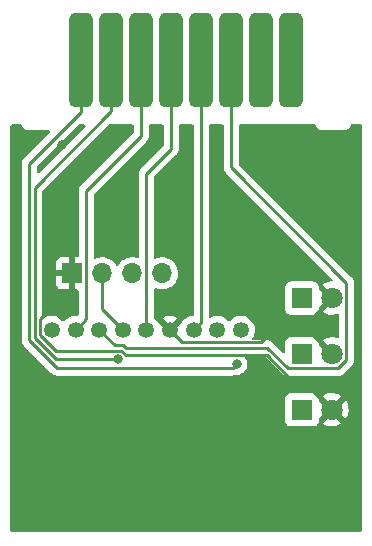
<source format=gbl>
G04 #@! TF.GenerationSoftware,KiCad,Pcbnew,(6.0.4)*
G04 #@! TF.CreationDate,2023-05-30T12:56:23+02:00*
G04 #@! TF.ProjectId,MicroPicoDriveCartridge,4d696372-6f50-4696-936f-447269766543,rev?*
G04 #@! TF.SameCoordinates,Original*
G04 #@! TF.FileFunction,Copper,L2,Bot*
G04 #@! TF.FilePolarity,Positive*
%FSLAX46Y46*%
G04 Gerber Fmt 4.6, Leading zero omitted, Abs format (unit mm)*
G04 Created by KiCad (PCBNEW (6.0.4)) date 2023-05-30 12:56:23*
%MOMM*%
%LPD*%
G01*
G04 APERTURE LIST*
G04 Aperture macros list*
%AMRoundRect*
0 Rectangle with rounded corners*
0 $1 Rounding radius*
0 $2 $3 $4 $5 $6 $7 $8 $9 X,Y pos of 4 corners*
0 Add a 4 corners polygon primitive as box body*
4,1,4,$2,$3,$4,$5,$6,$7,$8,$9,$2,$3,0*
0 Add four circle primitives for the rounded corners*
1,1,$1+$1,$2,$3*
1,1,$1+$1,$4,$5*
1,1,$1+$1,$6,$7*
1,1,$1+$1,$8,$9*
0 Add four rect primitives between the rounded corners*
20,1,$1+$1,$2,$3,$4,$5,0*
20,1,$1+$1,$4,$5,$6,$7,0*
20,1,$1+$1,$6,$7,$8,$9,0*
20,1,$1+$1,$8,$9,$2,$3,0*%
G04 Aperture macros list end*
G04 #@! TA.AperFunction,ComponentPad*
%ADD10R,1.800000X1.800000*%
G04 #@! TD*
G04 #@! TA.AperFunction,ComponentPad*
%ADD11C,1.800000*%
G04 #@! TD*
G04 #@! TA.AperFunction,SMDPad,CuDef*
%ADD12RoundRect,0.500000X-0.500000X-3.500000X0.500000X-3.500000X0.500000X3.500000X-0.500000X3.500000X0*%
G04 #@! TD*
G04 #@! TA.AperFunction,ComponentPad*
%ADD13R,1.700000X1.700000*%
G04 #@! TD*
G04 #@! TA.AperFunction,ComponentPad*
%ADD14O,1.700000X1.700000*%
G04 #@! TD*
G04 #@! TA.AperFunction,ComponentPad*
%ADD15C,1.350000*%
G04 #@! TD*
G04 #@! TA.AperFunction,ViaPad*
%ADD16C,0.800000*%
G04 #@! TD*
G04 #@! TA.AperFunction,Conductor*
%ADD17C,0.250000*%
G04 #@! TD*
G04 APERTURE END LIST*
D10*
X152525000Y-88100000D03*
D11*
X155065000Y-88100000D03*
D12*
X133835000Y-67975000D03*
X136375000Y-67975000D03*
X138915000Y-67975000D03*
X141455000Y-67975000D03*
X143995000Y-67975000D03*
X146535000Y-67975000D03*
X149075000Y-67975000D03*
X151615000Y-67975000D03*
D10*
X152525000Y-97550000D03*
D11*
X155065000Y-97550000D03*
D13*
X133065000Y-86000000D03*
D14*
X135605000Y-86000000D03*
X138145000Y-86000000D03*
X140685000Y-86000000D03*
D10*
X152525000Y-92825000D03*
D11*
X155065000Y-92825000D03*
D15*
X147350000Y-90800000D03*
X145350000Y-90800000D03*
X143350000Y-90800000D03*
X141350000Y-90800000D03*
X139350000Y-90800000D03*
X137350000Y-90800000D03*
X135350000Y-90800000D03*
X133350000Y-90800000D03*
X131350000Y-90800000D03*
D16*
X140075000Y-75250000D03*
X142950000Y-75975000D03*
X135575000Y-81425000D03*
X137800000Y-80550000D03*
X132200000Y-75125000D03*
X135100000Y-75825000D03*
X147625000Y-81950000D03*
X150200000Y-75800000D03*
X146994300Y-93691600D03*
X136912500Y-93278200D03*
D17*
X137616300Y-92956500D02*
X137212900Y-92553100D01*
X155065000Y-97550000D02*
X152601900Y-95086900D01*
X130338000Y-89902100D02*
X133065000Y-87175100D01*
X149569500Y-92956500D02*
X137616300Y-92956500D01*
X133065000Y-86000000D02*
X133065000Y-87175100D01*
X130338000Y-91233600D02*
X130338000Y-89902100D01*
X152702500Y-90462500D02*
X155065000Y-92825000D01*
X137212900Y-92553100D02*
X131657500Y-92553100D01*
X131657500Y-92553100D02*
X130338000Y-91233600D01*
X149054500Y-91817200D02*
X142367200Y-91817200D01*
X151699900Y-95086900D02*
X149569500Y-92956500D01*
X150409200Y-90462500D02*
X149054500Y-91817200D01*
X152601900Y-95086900D02*
X151699900Y-95086900D01*
X142367200Y-91817200D02*
X141350000Y-90800000D01*
X155065000Y-88100000D02*
X152702500Y-90462500D01*
X152702500Y-90462500D02*
X150409200Y-90462500D01*
X135605000Y-86000000D02*
X135605000Y-89055000D01*
X135605000Y-89055000D02*
X137350000Y-90800000D01*
X129431900Y-76708400D02*
X129431900Y-91660300D01*
X133835000Y-67975000D02*
X133835000Y-72305300D01*
X133835000Y-72305300D02*
X129431900Y-76708400D01*
X146661400Y-94024500D02*
X146994300Y-93691600D01*
X131796100Y-94024500D02*
X146661400Y-94024500D01*
X129431900Y-91660300D02*
X131796100Y-94024500D01*
X129882000Y-78795100D02*
X129882000Y-91473800D01*
X136375000Y-67975000D02*
X136375000Y-72302100D01*
X131686400Y-93278200D02*
X136912500Y-93278200D01*
X136375000Y-72302100D02*
X129882000Y-78795100D01*
X129882000Y-91473800D02*
X131686400Y-93278200D01*
X138915000Y-67975000D02*
X138915000Y-74347600D01*
X134240200Y-89909800D02*
X133350000Y-90800000D01*
X138915000Y-74347600D02*
X134240200Y-79022400D01*
X134240200Y-79022400D02*
X134240200Y-89909800D01*
X141455000Y-75460400D02*
X139350000Y-77565400D01*
X141455000Y-67975000D02*
X141455000Y-75460400D01*
X139350000Y-77565400D02*
X139350000Y-90800000D01*
X143995000Y-67975000D02*
X143995000Y-90155000D01*
X143995000Y-90155000D02*
X143350000Y-90800000D01*
X156291700Y-86790800D02*
X156291700Y-93371000D01*
X146535000Y-77034100D02*
X156291700Y-86790800D01*
X156291700Y-93371000D02*
X155612500Y-94050200D01*
X146535000Y-67975000D02*
X146535000Y-77034100D01*
X137600300Y-92303900D02*
X137399400Y-92103000D01*
X155612500Y-94050200D02*
X151299800Y-94050200D01*
X151299800Y-94050200D02*
X149553500Y-92303900D01*
X149553500Y-92303900D02*
X137600300Y-92303900D01*
X137399400Y-92103000D02*
X136653000Y-92103000D01*
X136653000Y-92103000D02*
X135350000Y-90800000D01*
G04 #@! TA.AperFunction,Conductor*
G36*
X128773732Y-73420002D02*
G01*
X128820225Y-73473658D01*
X128830337Y-73508135D01*
X128831920Y-73519187D01*
X128835634Y-73527355D01*
X128835634Y-73527356D01*
X128842548Y-73542562D01*
X128848996Y-73560086D01*
X128856051Y-73584771D01*
X128860843Y-73592365D01*
X128860844Y-73592368D01*
X128871830Y-73609780D01*
X128879969Y-73624863D01*
X128892208Y-73651782D01*
X128898069Y-73658584D01*
X128908970Y-73671235D01*
X128920073Y-73686239D01*
X128933776Y-73707958D01*
X128940501Y-73713897D01*
X128940504Y-73713901D01*
X128955938Y-73727532D01*
X128967982Y-73739724D01*
X128981427Y-73755327D01*
X128981430Y-73755329D01*
X128987287Y-73762127D01*
X128994816Y-73767007D01*
X128994817Y-73767008D01*
X129008835Y-73776094D01*
X129023709Y-73787385D01*
X129036217Y-73798431D01*
X129042951Y-73804378D01*
X129069711Y-73816942D01*
X129084691Y-73825263D01*
X129101983Y-73836471D01*
X129101988Y-73836473D01*
X129109515Y-73841352D01*
X129118108Y-73843922D01*
X129118113Y-73843924D01*
X129134120Y-73848711D01*
X129151564Y-73855372D01*
X129166676Y-73862467D01*
X129166678Y-73862468D01*
X129174800Y-73866281D01*
X129183667Y-73867662D01*
X129183668Y-73867662D01*
X129186353Y-73868080D01*
X129204017Y-73870830D01*
X129220732Y-73874613D01*
X129240466Y-73880515D01*
X129240472Y-73880516D01*
X129249066Y-73883086D01*
X129258037Y-73883141D01*
X129258038Y-73883141D01*
X129268097Y-73883202D01*
X129283506Y-73883296D01*
X129284289Y-73883329D01*
X129285386Y-73883500D01*
X129316377Y-73883500D01*
X129317147Y-73883502D01*
X129390785Y-73883952D01*
X129390786Y-73883952D01*
X129394721Y-73883976D01*
X129396065Y-73883592D01*
X129397410Y-73883500D01*
X131056705Y-73883500D01*
X131124826Y-73903502D01*
X131171319Y-73957158D01*
X131181423Y-74027432D01*
X131151929Y-74092012D01*
X131145800Y-74098595D01*
X129039647Y-76204748D01*
X129031361Y-76212288D01*
X129024882Y-76216400D01*
X129019457Y-76222177D01*
X128978257Y-76266051D01*
X128975502Y-76268893D01*
X128955765Y-76288630D01*
X128953285Y-76291827D01*
X128945582Y-76300847D01*
X128915314Y-76333079D01*
X128911495Y-76340025D01*
X128911493Y-76340028D01*
X128905552Y-76350834D01*
X128894701Y-76367353D01*
X128882286Y-76383359D01*
X128879141Y-76390628D01*
X128879138Y-76390632D01*
X128864726Y-76423937D01*
X128859509Y-76434587D01*
X128838205Y-76473340D01*
X128836234Y-76481015D01*
X128836234Y-76481016D01*
X128833167Y-76492962D01*
X128826763Y-76511666D01*
X128818719Y-76530255D01*
X128817480Y-76538078D01*
X128817477Y-76538088D01*
X128811801Y-76573924D01*
X128809395Y-76585544D01*
X128798400Y-76628370D01*
X128798400Y-76648624D01*
X128796849Y-76668334D01*
X128793680Y-76688343D01*
X128794426Y-76696235D01*
X128797841Y-76732361D01*
X128798400Y-76744219D01*
X128798400Y-91581533D01*
X128797873Y-91592716D01*
X128796198Y-91600209D01*
X128796447Y-91608135D01*
X128796447Y-91608136D01*
X128798338Y-91668286D01*
X128798400Y-91672245D01*
X128798400Y-91700156D01*
X128798897Y-91704090D01*
X128798897Y-91704091D01*
X128798905Y-91704156D01*
X128799838Y-91715993D01*
X128801227Y-91760189D01*
X128806847Y-91779532D01*
X128806878Y-91779639D01*
X128810887Y-91799000D01*
X128813426Y-91819097D01*
X128816345Y-91826468D01*
X128816345Y-91826470D01*
X128829704Y-91860212D01*
X128833549Y-91871442D01*
X128836904Y-91882989D01*
X128845882Y-91913893D01*
X128849915Y-91920712D01*
X128849917Y-91920717D01*
X128856193Y-91931328D01*
X128864888Y-91949076D01*
X128872348Y-91967917D01*
X128877010Y-91974333D01*
X128877010Y-91974334D01*
X128898336Y-92003687D01*
X128904852Y-92013607D01*
X128912953Y-92027304D01*
X128927358Y-92051662D01*
X128941679Y-92065983D01*
X128954519Y-92081016D01*
X128966428Y-92097407D01*
X128972534Y-92102458D01*
X129000505Y-92125598D01*
X129009284Y-92133588D01*
X131292443Y-94416747D01*
X131299987Y-94425037D01*
X131304100Y-94431518D01*
X131309877Y-94436943D01*
X131353767Y-94478158D01*
X131356609Y-94480913D01*
X131376331Y-94500635D01*
X131379473Y-94503072D01*
X131379533Y-94503119D01*
X131388545Y-94510817D01*
X131412602Y-94533407D01*
X131420779Y-94541086D01*
X131427722Y-94544903D01*
X131438531Y-94550845D01*
X131455053Y-94561698D01*
X131471059Y-94574114D01*
X131478337Y-94577264D01*
X131478338Y-94577264D01*
X131511637Y-94591674D01*
X131522287Y-94596891D01*
X131561040Y-94618195D01*
X131568715Y-94620166D01*
X131568716Y-94620166D01*
X131575446Y-94621894D01*
X131578158Y-94622590D01*
X131580662Y-94623233D01*
X131599366Y-94629637D01*
X131605250Y-94632183D01*
X131617955Y-94637681D01*
X131625778Y-94638920D01*
X131625788Y-94638923D01*
X131661624Y-94644599D01*
X131673244Y-94647005D01*
X131706029Y-94655422D01*
X131716070Y-94658000D01*
X131736324Y-94658000D01*
X131756034Y-94659551D01*
X131776043Y-94662720D01*
X131783935Y-94661974D01*
X131795363Y-94660894D01*
X131820062Y-94658559D01*
X131831919Y-94658000D01*
X146582633Y-94658000D01*
X146593816Y-94658527D01*
X146601309Y-94660202D01*
X146609235Y-94659953D01*
X146609236Y-94659953D01*
X146669386Y-94658062D01*
X146673345Y-94658000D01*
X146701256Y-94658000D01*
X146705191Y-94657503D01*
X146705256Y-94657495D01*
X146717093Y-94656562D01*
X146749351Y-94655548D01*
X146753370Y-94655422D01*
X146761289Y-94655173D01*
X146780743Y-94649521D01*
X146800100Y-94645513D01*
X146812330Y-94643968D01*
X146812331Y-94643968D01*
X146820197Y-94642974D01*
X146827568Y-94640055D01*
X146827570Y-94640055D01*
X146861312Y-94626696D01*
X146872542Y-94622851D01*
X146907382Y-94612729D01*
X146907381Y-94612729D01*
X146914993Y-94610518D01*
X146916417Y-94609676D01*
X146962659Y-94600100D01*
X147089787Y-94600100D01*
X147096239Y-94598728D01*
X147096244Y-94598728D01*
X147197221Y-94577264D01*
X147276588Y-94560394D01*
X147282619Y-94557709D01*
X147445022Y-94485403D01*
X147445024Y-94485402D01*
X147451052Y-94482718D01*
X147457329Y-94478158D01*
X147541853Y-94416747D01*
X147605553Y-94370466D01*
X147733340Y-94228544D01*
X147828827Y-94063156D01*
X147887842Y-93881528D01*
X147889790Y-93863000D01*
X147907114Y-93698165D01*
X147907804Y-93691600D01*
X147899543Y-93613001D01*
X147888532Y-93508235D01*
X147888532Y-93508233D01*
X147887842Y-93501672D01*
X147828827Y-93320044D01*
X147733340Y-93154656D01*
X147727083Y-93147707D01*
X147726393Y-93146268D01*
X147725041Y-93144408D01*
X147725381Y-93144161D01*
X147696368Y-93083701D01*
X147705133Y-93013247D01*
X147750597Y-92958717D01*
X147820722Y-92937400D01*
X149238906Y-92937400D01*
X149307027Y-92957402D01*
X149328001Y-92974305D01*
X150796143Y-94442447D01*
X150803687Y-94450737D01*
X150807800Y-94457218D01*
X150813577Y-94462643D01*
X150857467Y-94503858D01*
X150860309Y-94506613D01*
X150880030Y-94526334D01*
X150883225Y-94528812D01*
X150892247Y-94536518D01*
X150924479Y-94566786D01*
X150931428Y-94570606D01*
X150942232Y-94576546D01*
X150958756Y-94587399D01*
X150974759Y-94599813D01*
X151015343Y-94617376D01*
X151025973Y-94622583D01*
X151064740Y-94643895D01*
X151072417Y-94645866D01*
X151072422Y-94645868D01*
X151084358Y-94648932D01*
X151103066Y-94655337D01*
X151121655Y-94663381D01*
X151129483Y-94664621D01*
X151129490Y-94664623D01*
X151165324Y-94670299D01*
X151176944Y-94672705D01*
X151208759Y-94680873D01*
X151219770Y-94683700D01*
X151240024Y-94683700D01*
X151259734Y-94685251D01*
X151279743Y-94688420D01*
X151287635Y-94687674D01*
X151306380Y-94685902D01*
X151323762Y-94684259D01*
X151335619Y-94683700D01*
X155533733Y-94683700D01*
X155544916Y-94684227D01*
X155552409Y-94685902D01*
X155560335Y-94685653D01*
X155560336Y-94685653D01*
X155620486Y-94683762D01*
X155624445Y-94683700D01*
X155652356Y-94683700D01*
X155656291Y-94683203D01*
X155656356Y-94683195D01*
X155668193Y-94682262D01*
X155700451Y-94681248D01*
X155704470Y-94681122D01*
X155712389Y-94680873D01*
X155731843Y-94675221D01*
X155751200Y-94671213D01*
X155763430Y-94669668D01*
X155763431Y-94669668D01*
X155771297Y-94668674D01*
X155778668Y-94665755D01*
X155778670Y-94665755D01*
X155812412Y-94652396D01*
X155823642Y-94648551D01*
X155858483Y-94638429D01*
X155858484Y-94638429D01*
X155866093Y-94636218D01*
X155872912Y-94632185D01*
X155872917Y-94632183D01*
X155883528Y-94625907D01*
X155901276Y-94617212D01*
X155920117Y-94609752D01*
X155935291Y-94598728D01*
X155955887Y-94583764D01*
X155965807Y-94577248D01*
X155997035Y-94558780D01*
X155997038Y-94558778D01*
X156003862Y-94554742D01*
X156018183Y-94540421D01*
X156033217Y-94527580D01*
X156043193Y-94520332D01*
X156049607Y-94515672D01*
X156077788Y-94481607D01*
X156085778Y-94472826D01*
X156683958Y-93874647D01*
X156692237Y-93867113D01*
X156698718Y-93863000D01*
X156745344Y-93813348D01*
X156748098Y-93810507D01*
X156767835Y-93790770D01*
X156770315Y-93787573D01*
X156778020Y-93778551D01*
X156802859Y-93752100D01*
X156808286Y-93746321D01*
X156812105Y-93739375D01*
X156812107Y-93739372D01*
X156818048Y-93728566D01*
X156828899Y-93712047D01*
X156836458Y-93702301D01*
X156841314Y-93696041D01*
X156844459Y-93688772D01*
X156844462Y-93688768D01*
X156858874Y-93655463D01*
X156864091Y-93644813D01*
X156885395Y-93606060D01*
X156890433Y-93586437D01*
X156896837Y-93567734D01*
X156901733Y-93556420D01*
X156901733Y-93556419D01*
X156904881Y-93549145D01*
X156906120Y-93541322D01*
X156906123Y-93541312D01*
X156911799Y-93505476D01*
X156914205Y-93493856D01*
X156923228Y-93458711D01*
X156923228Y-93458710D01*
X156925200Y-93451030D01*
X156925200Y-93430776D01*
X156926751Y-93411065D01*
X156928680Y-93398886D01*
X156929920Y-93391057D01*
X156925759Y-93347038D01*
X156925200Y-93335181D01*
X156925200Y-86869563D01*
X156925727Y-86858379D01*
X156927401Y-86850891D01*
X156925262Y-86782832D01*
X156925200Y-86778875D01*
X156925200Y-86750944D01*
X156924694Y-86746938D01*
X156923761Y-86735092D01*
X156923515Y-86727244D01*
X156922373Y-86690910D01*
X156916722Y-86671458D01*
X156912714Y-86652106D01*
X156911168Y-86639868D01*
X156911167Y-86639866D01*
X156910174Y-86632003D01*
X156893894Y-86590886D01*
X156890059Y-86579685D01*
X156877718Y-86537206D01*
X156873685Y-86530387D01*
X156873683Y-86530382D01*
X156867407Y-86519771D01*
X156858710Y-86502021D01*
X156851252Y-86483183D01*
X156845903Y-86475820D01*
X156825272Y-86447425D01*
X156818753Y-86437501D01*
X156800278Y-86406260D01*
X156800274Y-86406255D01*
X156796242Y-86399437D01*
X156781918Y-86385113D01*
X156769076Y-86370078D01*
X156757172Y-86353693D01*
X156723106Y-86325511D01*
X156714327Y-86317522D01*
X147205405Y-76808600D01*
X147171379Y-76746288D01*
X147168500Y-76719505D01*
X147168500Y-73526000D01*
X147188502Y-73457879D01*
X147242158Y-73411386D01*
X147294500Y-73400000D01*
X153605611Y-73400000D01*
X153673732Y-73420002D01*
X153720225Y-73473658D01*
X153730337Y-73508135D01*
X153731920Y-73519187D01*
X153735634Y-73527355D01*
X153735634Y-73527356D01*
X153742548Y-73542562D01*
X153748996Y-73560086D01*
X153756051Y-73584771D01*
X153760843Y-73592365D01*
X153760844Y-73592368D01*
X153771830Y-73609780D01*
X153779969Y-73624863D01*
X153792208Y-73651782D01*
X153798069Y-73658584D01*
X153808970Y-73671235D01*
X153820073Y-73686239D01*
X153833776Y-73707958D01*
X153840501Y-73713897D01*
X153840504Y-73713901D01*
X153855938Y-73727532D01*
X153867982Y-73739724D01*
X153881427Y-73755327D01*
X153881430Y-73755329D01*
X153887287Y-73762127D01*
X153894816Y-73767007D01*
X153894817Y-73767008D01*
X153908835Y-73776094D01*
X153923709Y-73787385D01*
X153936217Y-73798431D01*
X153942951Y-73804378D01*
X153969711Y-73816942D01*
X153984691Y-73825263D01*
X154001983Y-73836471D01*
X154001988Y-73836473D01*
X154009515Y-73841352D01*
X154018108Y-73843922D01*
X154018113Y-73843924D01*
X154034120Y-73848711D01*
X154051564Y-73855372D01*
X154066676Y-73862467D01*
X154066678Y-73862468D01*
X154074800Y-73866281D01*
X154083667Y-73867662D01*
X154083668Y-73867662D01*
X154086353Y-73868080D01*
X154104017Y-73870830D01*
X154120732Y-73874613D01*
X154140466Y-73880515D01*
X154140472Y-73880516D01*
X154149066Y-73883086D01*
X154158037Y-73883141D01*
X154158038Y-73883141D01*
X154168097Y-73883202D01*
X154183506Y-73883296D01*
X154184289Y-73883329D01*
X154185386Y-73883500D01*
X154216377Y-73883500D01*
X154217147Y-73883502D01*
X154290785Y-73883952D01*
X154290786Y-73883952D01*
X154294721Y-73883976D01*
X154296065Y-73883592D01*
X154297410Y-73883500D01*
X156116377Y-73883500D01*
X156117148Y-73883502D01*
X156194721Y-73883976D01*
X156223152Y-73875850D01*
X156239915Y-73872272D01*
X156240753Y-73872152D01*
X156269187Y-73868080D01*
X156292564Y-73857451D01*
X156310087Y-73851004D01*
X156334771Y-73843949D01*
X156342365Y-73839157D01*
X156342368Y-73839156D01*
X156359780Y-73828170D01*
X156374865Y-73820030D01*
X156401782Y-73807792D01*
X156421235Y-73791030D01*
X156436239Y-73779927D01*
X156457958Y-73766224D01*
X156463897Y-73759499D01*
X156463901Y-73759496D01*
X156477532Y-73744062D01*
X156489724Y-73732018D01*
X156505327Y-73718573D01*
X156505329Y-73718570D01*
X156512127Y-73712713D01*
X156526094Y-73691165D01*
X156537385Y-73676291D01*
X156548431Y-73663783D01*
X156548432Y-73663782D01*
X156554378Y-73657049D01*
X156566943Y-73630287D01*
X156575263Y-73615309D01*
X156586471Y-73598017D01*
X156586473Y-73598012D01*
X156591352Y-73590485D01*
X156593922Y-73581892D01*
X156593924Y-73581887D01*
X156598711Y-73565880D01*
X156605372Y-73548436D01*
X156612467Y-73533324D01*
X156612468Y-73533322D01*
X156616281Y-73525200D01*
X156619175Y-73506614D01*
X156649420Y-73442382D01*
X156709590Y-73404698D01*
X156743675Y-73400000D01*
X157490500Y-73400000D01*
X157558621Y-73420002D01*
X157605114Y-73473658D01*
X157616500Y-73526000D01*
X157616500Y-107740500D01*
X157596498Y-107808621D01*
X157542842Y-107855114D01*
X157490500Y-107866500D01*
X127959500Y-107866500D01*
X127891379Y-107846498D01*
X127844886Y-107792842D01*
X127833500Y-107740500D01*
X127833500Y-98498134D01*
X151116500Y-98498134D01*
X151123255Y-98560316D01*
X151174385Y-98696705D01*
X151261739Y-98813261D01*
X151378295Y-98900615D01*
X151514684Y-98951745D01*
X151576866Y-98958500D01*
X153473134Y-98958500D01*
X153535316Y-98951745D01*
X153671705Y-98900615D01*
X153788261Y-98813261D01*
X153864597Y-98711406D01*
X154268423Y-98711406D01*
X154273704Y-98718461D01*
X154450080Y-98821527D01*
X154459363Y-98825974D01*
X154666003Y-98904883D01*
X154675901Y-98907759D01*
X154892653Y-98951857D01*
X154902883Y-98953076D01*
X155123914Y-98961182D01*
X155134223Y-98960714D01*
X155353623Y-98932608D01*
X155363688Y-98930468D01*
X155575557Y-98866905D01*
X155585152Y-98863144D01*
X155783778Y-98765838D01*
X155792636Y-98760559D01*
X155850097Y-98719572D01*
X155858497Y-98708874D01*
X155851510Y-98695721D01*
X155077811Y-97922021D01*
X155063868Y-97914408D01*
X155062034Y-97914539D01*
X155055420Y-97918790D01*
X154275180Y-98699031D01*
X154268423Y-98711406D01*
X153864597Y-98711406D01*
X153875615Y-98696705D01*
X153926745Y-98560316D01*
X153933500Y-98498134D01*
X153933500Y-98374480D01*
X153953502Y-98306359D01*
X153970405Y-98285384D01*
X154692979Y-97562811D01*
X154699356Y-97551132D01*
X155429408Y-97551132D01*
X155429539Y-97552966D01*
X155433790Y-97559580D01*
X156211307Y-98337096D01*
X156223313Y-98343652D01*
X156235052Y-98334684D01*
X156273010Y-98281859D01*
X156278321Y-98273020D01*
X156376318Y-98074737D01*
X156380117Y-98065142D01*
X156444415Y-97853517D01*
X156446594Y-97843436D01*
X156475702Y-97622338D01*
X156476221Y-97615663D01*
X156477744Y-97553364D01*
X156477550Y-97546646D01*
X156459279Y-97324400D01*
X156457596Y-97314238D01*
X156403710Y-97099708D01*
X156400389Y-97089953D01*
X156312193Y-96887118D01*
X156307315Y-96878020D01*
X156234224Y-96765038D01*
X156223538Y-96755835D01*
X156213973Y-96760238D01*
X155437021Y-97537189D01*
X155429408Y-97551132D01*
X154699356Y-97551132D01*
X154700592Y-97548868D01*
X154700461Y-97547034D01*
X154696210Y-97540420D01*
X153970405Y-96814616D01*
X153936380Y-96752303D01*
X153933500Y-96725520D01*
X153933500Y-96601866D01*
X153926745Y-96539684D01*
X153875615Y-96403295D01*
X153866184Y-96390711D01*
X154270508Y-96390711D01*
X154277251Y-96403040D01*
X155052189Y-97177979D01*
X155066132Y-97185592D01*
X155067966Y-97185461D01*
X155074580Y-97181210D01*
X155853994Y-96401795D01*
X155861011Y-96388944D01*
X155853237Y-96378274D01*
X155850902Y-96376430D01*
X155842320Y-96370729D01*
X155648678Y-96263833D01*
X155639272Y-96259606D01*
X155430772Y-96185772D01*
X155420809Y-96183140D01*
X155203047Y-96144350D01*
X155192796Y-96143381D01*
X154971616Y-96140679D01*
X154961332Y-96141399D01*
X154742693Y-96174855D01*
X154732666Y-96177244D01*
X154522426Y-96245961D01*
X154512916Y-96249958D01*
X154316725Y-96352089D01*
X154308007Y-96357578D01*
X154278961Y-96379386D01*
X154270508Y-96390711D01*
X153866184Y-96390711D01*
X153788261Y-96286739D01*
X153671705Y-96199385D01*
X153535316Y-96148255D01*
X153473134Y-96141500D01*
X151576866Y-96141500D01*
X151514684Y-96148255D01*
X151378295Y-96199385D01*
X151261739Y-96286739D01*
X151174385Y-96403295D01*
X151123255Y-96539684D01*
X151116500Y-96601866D01*
X151116500Y-98498134D01*
X127833500Y-98498134D01*
X127833500Y-73526000D01*
X127853502Y-73457879D01*
X127907158Y-73411386D01*
X127959500Y-73400000D01*
X128705611Y-73400000D01*
X128773732Y-73420002D01*
G37*
G04 #@! TD.AperFunction*
G04 #@! TA.AperFunction,Conductor*
G36*
X145843621Y-73420002D02*
G01*
X145890114Y-73473658D01*
X145901500Y-73526000D01*
X145901500Y-76955333D01*
X145900973Y-76966516D01*
X145899298Y-76974009D01*
X145899547Y-76981935D01*
X145899547Y-76981936D01*
X145901438Y-77042086D01*
X145901500Y-77046045D01*
X145901500Y-77073956D01*
X145901997Y-77077890D01*
X145901997Y-77077891D01*
X145902005Y-77077956D01*
X145902938Y-77089793D01*
X145904327Y-77133989D01*
X145909978Y-77153439D01*
X145913987Y-77172800D01*
X145916526Y-77192897D01*
X145919445Y-77200268D01*
X145919445Y-77200270D01*
X145932804Y-77234012D01*
X145936649Y-77245242D01*
X145948982Y-77287693D01*
X145953015Y-77294512D01*
X145953017Y-77294517D01*
X145959293Y-77305128D01*
X145967988Y-77322876D01*
X145975448Y-77341717D01*
X145980110Y-77348133D01*
X145980110Y-77348134D01*
X146001436Y-77377487D01*
X146007952Y-77387407D01*
X146012495Y-77395088D01*
X146030458Y-77425462D01*
X146044779Y-77439783D01*
X146057619Y-77454816D01*
X146069528Y-77471207D01*
X146086648Y-77485370D01*
X146103605Y-77499398D01*
X146112384Y-77507388D01*
X155080816Y-86475820D01*
X155114842Y-86538132D01*
X155109777Y-86608947D01*
X155067230Y-86665783D01*
X155000710Y-86690594D01*
X154990182Y-86690906D01*
X154971615Y-86690679D01*
X154961332Y-86691399D01*
X154742693Y-86724855D01*
X154732666Y-86727244D01*
X154522426Y-86795961D01*
X154512916Y-86799958D01*
X154316725Y-86902089D01*
X154308007Y-86907578D01*
X154278961Y-86929386D01*
X154270508Y-86940711D01*
X154277252Y-86953041D01*
X155335115Y-88010905D01*
X155369141Y-88073217D01*
X155364076Y-88144033D01*
X155335115Y-88189095D01*
X155065000Y-88459210D01*
X154275184Y-89249027D01*
X154268424Y-89261407D01*
X154273705Y-89268461D01*
X154450080Y-89371527D01*
X154459363Y-89375974D01*
X154666003Y-89454883D01*
X154675901Y-89457759D01*
X154892653Y-89501857D01*
X154902883Y-89503076D01*
X155123914Y-89511182D01*
X155134223Y-89510714D01*
X155353623Y-89482608D01*
X155363688Y-89480468D01*
X155495993Y-89440775D01*
X155566988Y-89440359D01*
X155626938Y-89478391D01*
X155656810Y-89542797D01*
X155658200Y-89561461D01*
X155658200Y-91363023D01*
X155638198Y-91431144D01*
X155584542Y-91477637D01*
X155514268Y-91487741D01*
X155490140Y-91481796D01*
X155430768Y-91460771D01*
X155420809Y-91458140D01*
X155203047Y-91419350D01*
X155192796Y-91418381D01*
X154971616Y-91415679D01*
X154961332Y-91416399D01*
X154742693Y-91449855D01*
X154732666Y-91452244D01*
X154522426Y-91520961D01*
X154512916Y-91524958D01*
X154316725Y-91627089D01*
X154308007Y-91632578D01*
X154278961Y-91654386D01*
X154270508Y-91665711D01*
X154277252Y-91678041D01*
X155335115Y-92735905D01*
X155369141Y-92798217D01*
X155364076Y-92869033D01*
X155335115Y-92914095D01*
X155154095Y-93095115D01*
X155091783Y-93129141D01*
X155020968Y-93124076D01*
X154975905Y-93095115D01*
X153970405Y-92089616D01*
X153936380Y-92027304D01*
X153933500Y-92000521D01*
X153933500Y-91876866D01*
X153926745Y-91814684D01*
X153875615Y-91678295D01*
X153788261Y-91561739D01*
X153671705Y-91474385D01*
X153535316Y-91423255D01*
X153473134Y-91416500D01*
X151576866Y-91416500D01*
X151514684Y-91423255D01*
X151378295Y-91474385D01*
X151261739Y-91561739D01*
X151174385Y-91678295D01*
X151123255Y-91814684D01*
X151116500Y-91876866D01*
X151116500Y-92666806D01*
X151096498Y-92734927D01*
X151042842Y-92781420D01*
X150972568Y-92791524D01*
X150907988Y-92762030D01*
X150901421Y-92755917D01*
X150057141Y-91911636D01*
X150049612Y-91903362D01*
X150045500Y-91896882D01*
X150020568Y-91873469D01*
X149995849Y-91850257D01*
X149993007Y-91847502D01*
X149973270Y-91827765D01*
X149970073Y-91825285D01*
X149961051Y-91817580D01*
X149934600Y-91792741D01*
X149928821Y-91787314D01*
X149921875Y-91783495D01*
X149921872Y-91783493D01*
X149911066Y-91777552D01*
X149894547Y-91766701D01*
X149886151Y-91760189D01*
X149878541Y-91754286D01*
X149871272Y-91751141D01*
X149871268Y-91751138D01*
X149837963Y-91736726D01*
X149827313Y-91731509D01*
X149788560Y-91710205D01*
X149768937Y-91705167D01*
X149750234Y-91698763D01*
X149738920Y-91693867D01*
X149738919Y-91693867D01*
X149731645Y-91690719D01*
X149723822Y-91689480D01*
X149723812Y-91689477D01*
X149687976Y-91683801D01*
X149676356Y-91681395D01*
X149641211Y-91672372D01*
X149641210Y-91672372D01*
X149633530Y-91670400D01*
X149613276Y-91670400D01*
X149593565Y-91668849D01*
X149590011Y-91668286D01*
X149573557Y-91665680D01*
X149565665Y-91666426D01*
X149529539Y-91669841D01*
X149517681Y-91670400D01*
X148432854Y-91670400D01*
X148364733Y-91650398D01*
X148318240Y-91596742D01*
X148308136Y-91526468D01*
X148328420Y-91474550D01*
X148329532Y-91473213D01*
X148337974Y-91458140D01*
X148432989Y-91288478D01*
X148432990Y-91288476D01*
X148435813Y-91283435D01*
X148437669Y-91277968D01*
X148437671Y-91277963D01*
X148503874Y-91082935D01*
X148503875Y-91082930D01*
X148505730Y-91077466D01*
X148536941Y-90862205D01*
X148538570Y-90800000D01*
X148518667Y-90583400D01*
X148459626Y-90374055D01*
X148363423Y-90178974D01*
X148250100Y-90027215D01*
X148236733Y-90009315D01*
X148236732Y-90009314D01*
X148233280Y-90004691D01*
X148073556Y-89857044D01*
X147889599Y-89740976D01*
X147687572Y-89660376D01*
X147499815Y-89623028D01*
X147479905Y-89619068D01*
X147479904Y-89619068D01*
X147474239Y-89617941D01*
X147468464Y-89617865D01*
X147468460Y-89617865D01*
X147359419Y-89616438D01*
X147256746Y-89615094D01*
X147251049Y-89616073D01*
X147251048Y-89616073D01*
X147048065Y-89650952D01*
X147048062Y-89650953D01*
X147042375Y-89651930D01*
X146838307Y-89727214D01*
X146709659Y-89803752D01*
X146662048Y-89832078D01*
X146651376Y-89838427D01*
X146487842Y-89981842D01*
X146484270Y-89986372D01*
X146484269Y-89986374D01*
X146450007Y-90029834D01*
X146392125Y-90070947D01*
X146321205Y-90074239D01*
X146259763Y-90038667D01*
X146250100Y-90027215D01*
X146236737Y-90009319D01*
X146236730Y-90009312D01*
X146233280Y-90004691D01*
X146073556Y-89857044D01*
X145889599Y-89740976D01*
X145687572Y-89660376D01*
X145499815Y-89623028D01*
X145479905Y-89619068D01*
X145479904Y-89619068D01*
X145474239Y-89617941D01*
X145468464Y-89617865D01*
X145468460Y-89617865D01*
X145359419Y-89616438D01*
X145256746Y-89615094D01*
X145251049Y-89616073D01*
X145251048Y-89616073D01*
X145048065Y-89650952D01*
X145048062Y-89650953D01*
X145042375Y-89651930D01*
X144838307Y-89727214D01*
X144832584Y-89730619D01*
X144818922Y-89738747D01*
X144750151Y-89756386D01*
X144682762Y-89734045D01*
X144638148Y-89678816D01*
X144628500Y-89630461D01*
X144628500Y-89048134D01*
X151116500Y-89048134D01*
X151123255Y-89110316D01*
X151174385Y-89246705D01*
X151261739Y-89363261D01*
X151378295Y-89450615D01*
X151514684Y-89501745D01*
X151576866Y-89508500D01*
X153473134Y-89508500D01*
X153535316Y-89501745D01*
X153671705Y-89450615D01*
X153788261Y-89363261D01*
X153875615Y-89246705D01*
X153926745Y-89110316D01*
X153933500Y-89048134D01*
X153933500Y-88924480D01*
X153953502Y-88856359D01*
X153970405Y-88835384D01*
X154692979Y-88112811D01*
X154700592Y-88098868D01*
X154700461Y-88097034D01*
X154696210Y-88090420D01*
X153970405Y-87364616D01*
X153936380Y-87302303D01*
X153933500Y-87275520D01*
X153933500Y-87151866D01*
X153926745Y-87089684D01*
X153875615Y-86953295D01*
X153788261Y-86836739D01*
X153671705Y-86749385D01*
X153535316Y-86698255D01*
X153473134Y-86691500D01*
X151576866Y-86691500D01*
X151514684Y-86698255D01*
X151378295Y-86749385D01*
X151261739Y-86836739D01*
X151174385Y-86953295D01*
X151123255Y-87089684D01*
X151116500Y-87151866D01*
X151116500Y-89048134D01*
X144628500Y-89048134D01*
X144628500Y-73526000D01*
X144648502Y-73457879D01*
X144702158Y-73411386D01*
X144754500Y-73400000D01*
X145775500Y-73400000D01*
X145843621Y-73420002D01*
G37*
G04 #@! TD.AperFunction*
G04 #@! TA.AperFunction,Conductor*
G36*
X143303621Y-73420002D02*
G01*
X143350114Y-73473658D01*
X143361500Y-73526000D01*
X143361500Y-89490907D01*
X143341498Y-89559028D01*
X143287842Y-89605521D01*
X143256489Y-89613599D01*
X143256746Y-89615094D01*
X143048065Y-89650952D01*
X143048062Y-89650953D01*
X143042375Y-89651930D01*
X142838307Y-89727214D01*
X142709659Y-89803752D01*
X142662048Y-89832078D01*
X142651376Y-89838427D01*
X142487842Y-89981842D01*
X142353181Y-90152658D01*
X142352990Y-90153021D01*
X142339367Y-90169845D01*
X141439095Y-91070116D01*
X141376783Y-91104141D01*
X141305967Y-91099076D01*
X141260905Y-91070116D01*
X140351158Y-90160370D01*
X140339295Y-90146663D01*
X140236733Y-90009315D01*
X140236732Y-90009314D01*
X140233280Y-90004691D01*
X140073556Y-89857044D01*
X140042265Y-89837301D01*
X140012880Y-89803954D01*
X140718067Y-89803954D01*
X140721553Y-89812342D01*
X141337189Y-90427979D01*
X141351132Y-90435592D01*
X141352966Y-90435461D01*
X141359580Y-90431210D01*
X141974662Y-89816127D01*
X141981419Y-89803752D01*
X141975389Y-89795696D01*
X141894256Y-89744505D01*
X141884008Y-89739284D01*
X141692799Y-89662999D01*
X141681762Y-89659730D01*
X141479853Y-89619567D01*
X141468408Y-89618364D01*
X141262567Y-89615670D01*
X141251087Y-89616573D01*
X141048202Y-89651435D01*
X141037082Y-89654415D01*
X140843940Y-89725669D01*
X140833562Y-89730619D01*
X140727665Y-89793621D01*
X140718067Y-89803954D01*
X140012880Y-89803954D01*
X139995327Y-89784035D01*
X139983500Y-89730739D01*
X139983500Y-87369368D01*
X140003502Y-87301247D01*
X140057158Y-87254754D01*
X140127432Y-87244650D01*
X140154449Y-87251658D01*
X140216938Y-87275520D01*
X140304692Y-87309030D01*
X140309760Y-87310061D01*
X140309763Y-87310062D01*
X140417017Y-87331883D01*
X140523597Y-87353567D01*
X140528772Y-87353757D01*
X140528774Y-87353757D01*
X140741673Y-87361564D01*
X140741677Y-87361564D01*
X140746837Y-87361753D01*
X140751957Y-87361097D01*
X140751959Y-87361097D01*
X140963288Y-87334025D01*
X140963289Y-87334025D01*
X140968416Y-87333368D01*
X140973366Y-87331883D01*
X141177429Y-87270661D01*
X141177434Y-87270659D01*
X141182384Y-87269174D01*
X141382994Y-87170896D01*
X141564860Y-87041173D01*
X141723096Y-86883489D01*
X141853453Y-86702077D01*
X141858681Y-86691500D01*
X141950136Y-86506453D01*
X141950137Y-86506451D01*
X141952430Y-86501811D01*
X142007144Y-86321728D01*
X142015865Y-86293023D01*
X142015865Y-86293021D01*
X142017370Y-86288069D01*
X142046529Y-86066590D01*
X142048156Y-86000000D01*
X142029852Y-85777361D01*
X141975431Y-85560702D01*
X141886354Y-85355840D01*
X141765014Y-85168277D01*
X141614670Y-85003051D01*
X141610619Y-84999852D01*
X141610615Y-84999848D01*
X141443414Y-84867800D01*
X141443410Y-84867798D01*
X141439359Y-84864598D01*
X141243789Y-84756638D01*
X141238920Y-84754914D01*
X141238916Y-84754912D01*
X141038087Y-84683795D01*
X141038083Y-84683794D01*
X141033212Y-84682069D01*
X141028119Y-84681162D01*
X141028116Y-84681161D01*
X140818373Y-84643800D01*
X140818367Y-84643799D01*
X140813284Y-84642894D01*
X140739452Y-84641992D01*
X140595081Y-84640228D01*
X140595079Y-84640228D01*
X140589911Y-84640165D01*
X140369091Y-84673955D01*
X140156756Y-84743357D01*
X140156748Y-84743333D01*
X140087784Y-84751116D01*
X140024130Y-84719673D01*
X139987580Y-84658807D01*
X139983500Y-84627002D01*
X139983500Y-77879994D01*
X140003502Y-77811873D01*
X140020405Y-77790899D01*
X141847247Y-75964057D01*
X141855537Y-75956513D01*
X141862018Y-75952400D01*
X141908659Y-75902732D01*
X141911413Y-75899891D01*
X141931135Y-75880169D01*
X141933612Y-75876976D01*
X141941317Y-75867955D01*
X141966159Y-75841500D01*
X141971586Y-75835721D01*
X141975407Y-75828771D01*
X141981346Y-75817968D01*
X141992202Y-75801441D01*
X141999757Y-75791702D01*
X141999758Y-75791700D01*
X142004614Y-75785440D01*
X142022174Y-75744860D01*
X142027391Y-75734212D01*
X142044875Y-75702409D01*
X142044876Y-75702407D01*
X142048695Y-75695460D01*
X142053733Y-75675837D01*
X142060137Y-75657134D01*
X142065033Y-75645820D01*
X142065033Y-75645819D01*
X142068181Y-75638545D01*
X142069420Y-75630722D01*
X142069423Y-75630712D01*
X142075099Y-75594876D01*
X142077505Y-75583256D01*
X142086528Y-75548111D01*
X142086528Y-75548110D01*
X142088500Y-75540430D01*
X142088500Y-75520176D01*
X142090051Y-75500465D01*
X142091980Y-75488286D01*
X142093220Y-75480457D01*
X142089059Y-75436438D01*
X142088500Y-75424581D01*
X142088500Y-73526000D01*
X142108502Y-73457879D01*
X142162158Y-73411386D01*
X142214500Y-73400000D01*
X143235500Y-73400000D01*
X143303621Y-73420002D01*
G37*
G04 #@! TD.AperFunction*
G04 #@! TA.AperFunction,Conductor*
G36*
X138223621Y-73420002D02*
G01*
X138270114Y-73473658D01*
X138281500Y-73526000D01*
X138281500Y-74033006D01*
X138261498Y-74101127D01*
X138244595Y-74122101D01*
X133847947Y-78518748D01*
X133839661Y-78526288D01*
X133833182Y-78530400D01*
X133827757Y-78536177D01*
X133786557Y-78580051D01*
X133783802Y-78582893D01*
X133764065Y-78602630D01*
X133761585Y-78605827D01*
X133753882Y-78614847D01*
X133723614Y-78647079D01*
X133719795Y-78654025D01*
X133719793Y-78654028D01*
X133713852Y-78664834D01*
X133703001Y-78681353D01*
X133690586Y-78697359D01*
X133687441Y-78704628D01*
X133687438Y-78704632D01*
X133673026Y-78737937D01*
X133667809Y-78748587D01*
X133646505Y-78787340D01*
X133644534Y-78795015D01*
X133644534Y-78795016D01*
X133641467Y-78806962D01*
X133635063Y-78825666D01*
X133627019Y-78844255D01*
X133625780Y-78852078D01*
X133625777Y-78852088D01*
X133620101Y-78887924D01*
X133617695Y-78899544D01*
X133606700Y-78942370D01*
X133606700Y-78962624D01*
X133605149Y-78982334D01*
X133601980Y-79002343D01*
X133602726Y-79010235D01*
X133606141Y-79046361D01*
X133606700Y-79058219D01*
X133606700Y-84516000D01*
X133586698Y-84584121D01*
X133533042Y-84630614D01*
X133480700Y-84642000D01*
X133337115Y-84642000D01*
X133321876Y-84646475D01*
X133320671Y-84647865D01*
X133319000Y-84655548D01*
X133319000Y-87339884D01*
X133323475Y-87355123D01*
X133324865Y-87356328D01*
X133332548Y-87357999D01*
X133480700Y-87357999D01*
X133548821Y-87378001D01*
X133595314Y-87431657D01*
X133606700Y-87483999D01*
X133606700Y-89492458D01*
X133586698Y-89560579D01*
X133533042Y-89607072D01*
X133474256Y-89616668D01*
X133474239Y-89617941D01*
X133256746Y-89615094D01*
X133251049Y-89616073D01*
X133251048Y-89616073D01*
X133048065Y-89650952D01*
X133048062Y-89650953D01*
X133042375Y-89651930D01*
X132838307Y-89727214D01*
X132709659Y-89803752D01*
X132662048Y-89832078D01*
X132651376Y-89838427D01*
X132487842Y-89981842D01*
X132484270Y-89986372D01*
X132484269Y-89986374D01*
X132450007Y-90029834D01*
X132392125Y-90070947D01*
X132321205Y-90074239D01*
X132259763Y-90038667D01*
X132250100Y-90027215D01*
X132236737Y-90009319D01*
X132236730Y-90009312D01*
X132233280Y-90004691D01*
X132073556Y-89857044D01*
X131889599Y-89740976D01*
X131687572Y-89660376D01*
X131499815Y-89623028D01*
X131479905Y-89619068D01*
X131479904Y-89619068D01*
X131474239Y-89617941D01*
X131468464Y-89617865D01*
X131468460Y-89617865D01*
X131359419Y-89616438D01*
X131256746Y-89615094D01*
X131251049Y-89616073D01*
X131251048Y-89616073D01*
X131048065Y-89650952D01*
X131048062Y-89650953D01*
X131042375Y-89651930D01*
X130838307Y-89727214D01*
X130709320Y-89803954D01*
X130705923Y-89805975D01*
X130637153Y-89823615D01*
X130569763Y-89801275D01*
X130525149Y-89746047D01*
X130515500Y-89697690D01*
X130515500Y-86894669D01*
X131707001Y-86894669D01*
X131707371Y-86901490D01*
X131712895Y-86952352D01*
X131716521Y-86967604D01*
X131761676Y-87088054D01*
X131770214Y-87103649D01*
X131846715Y-87205724D01*
X131859276Y-87218285D01*
X131961351Y-87294786D01*
X131976946Y-87303324D01*
X132097394Y-87348478D01*
X132112649Y-87352105D01*
X132163514Y-87357631D01*
X132170328Y-87358000D01*
X132792885Y-87358000D01*
X132808124Y-87353525D01*
X132809329Y-87352135D01*
X132811000Y-87344452D01*
X132811000Y-86272115D01*
X132806525Y-86256876D01*
X132805135Y-86255671D01*
X132797452Y-86254000D01*
X131725116Y-86254000D01*
X131709877Y-86258475D01*
X131708672Y-86259865D01*
X131707001Y-86267548D01*
X131707001Y-86894669D01*
X130515500Y-86894669D01*
X130515500Y-85727885D01*
X131707000Y-85727885D01*
X131711475Y-85743124D01*
X131712865Y-85744329D01*
X131720548Y-85746000D01*
X132792885Y-85746000D01*
X132808124Y-85741525D01*
X132809329Y-85740135D01*
X132811000Y-85732452D01*
X132811000Y-84660116D01*
X132806525Y-84644877D01*
X132805135Y-84643672D01*
X132797452Y-84642001D01*
X132170331Y-84642001D01*
X132163510Y-84642371D01*
X132112648Y-84647895D01*
X132097396Y-84651521D01*
X131976946Y-84696676D01*
X131961351Y-84705214D01*
X131859276Y-84781715D01*
X131846715Y-84794276D01*
X131770214Y-84896351D01*
X131761676Y-84911946D01*
X131716522Y-85032394D01*
X131712895Y-85047649D01*
X131707369Y-85098514D01*
X131707000Y-85105328D01*
X131707000Y-85727885D01*
X130515500Y-85727885D01*
X130515500Y-79109694D01*
X130535502Y-79041573D01*
X130552405Y-79020599D01*
X136136099Y-73436905D01*
X136198411Y-73402879D01*
X136225194Y-73400000D01*
X138155500Y-73400000D01*
X138223621Y-73420002D01*
G37*
G04 #@! TD.AperFunction*
G04 #@! TA.AperFunction,Conductor*
G36*
X140763621Y-73420002D02*
G01*
X140810114Y-73473658D01*
X140821500Y-73526000D01*
X140821500Y-75145806D01*
X140801498Y-75213927D01*
X140784595Y-75234901D01*
X138957747Y-77061748D01*
X138949461Y-77069288D01*
X138942982Y-77073400D01*
X138937557Y-77079177D01*
X138896357Y-77123051D01*
X138893602Y-77125893D01*
X138873865Y-77145630D01*
X138871385Y-77148827D01*
X138863682Y-77157847D01*
X138833414Y-77190079D01*
X138829595Y-77197025D01*
X138829593Y-77197028D01*
X138823652Y-77207834D01*
X138812801Y-77224353D01*
X138800386Y-77240359D01*
X138797241Y-77247628D01*
X138797238Y-77247632D01*
X138782826Y-77280937D01*
X138777609Y-77291587D01*
X138756305Y-77330340D01*
X138754334Y-77338015D01*
X138754334Y-77338016D01*
X138751267Y-77349962D01*
X138744863Y-77368666D01*
X138736819Y-77387255D01*
X138735580Y-77395078D01*
X138735577Y-77395088D01*
X138729901Y-77430924D01*
X138727495Y-77442544D01*
X138716500Y-77485370D01*
X138716500Y-77505624D01*
X138714949Y-77525334D01*
X138711780Y-77545343D01*
X138712526Y-77553235D01*
X138715941Y-77589361D01*
X138716500Y-77601219D01*
X138716500Y-84582853D01*
X138696498Y-84650974D01*
X138642842Y-84697467D01*
X138572568Y-84707571D01*
X138548441Y-84701626D01*
X138498091Y-84683796D01*
X138498083Y-84683794D01*
X138493212Y-84682069D01*
X138488119Y-84681162D01*
X138488116Y-84681161D01*
X138278373Y-84643800D01*
X138278367Y-84643799D01*
X138273284Y-84642894D01*
X138199452Y-84641992D01*
X138055081Y-84640228D01*
X138055079Y-84640228D01*
X138049911Y-84640165D01*
X137829091Y-84673955D01*
X137616756Y-84743357D01*
X137418607Y-84846507D01*
X137414474Y-84849610D01*
X137414471Y-84849612D01*
X137331450Y-84911946D01*
X137239965Y-84980635D01*
X137085629Y-85142138D01*
X136978201Y-85299621D01*
X136923293Y-85344621D01*
X136852768Y-85352792D01*
X136789021Y-85321538D01*
X136768324Y-85297054D01*
X136687822Y-85172617D01*
X136687820Y-85172614D01*
X136685014Y-85168277D01*
X136534670Y-85003051D01*
X136530619Y-84999852D01*
X136530615Y-84999848D01*
X136363414Y-84867800D01*
X136363410Y-84867798D01*
X136359359Y-84864598D01*
X136163789Y-84756638D01*
X136158920Y-84754914D01*
X136158916Y-84754912D01*
X135958087Y-84683795D01*
X135958083Y-84683794D01*
X135953212Y-84682069D01*
X135948119Y-84681162D01*
X135948116Y-84681161D01*
X135738373Y-84643800D01*
X135738367Y-84643799D01*
X135733284Y-84642894D01*
X135659452Y-84641992D01*
X135515081Y-84640228D01*
X135515079Y-84640228D01*
X135509911Y-84640165D01*
X135289091Y-84673955D01*
X135076756Y-84743357D01*
X135061852Y-84751116D01*
X135057879Y-84753184D01*
X134988219Y-84766896D01*
X134922205Y-84740770D01*
X134880794Y-84683101D01*
X134873700Y-84641420D01*
X134873700Y-79336994D01*
X134893702Y-79268873D01*
X134910605Y-79247899D01*
X139307247Y-74851257D01*
X139315537Y-74843713D01*
X139322018Y-74839600D01*
X139368659Y-74789932D01*
X139371413Y-74787091D01*
X139391135Y-74767369D01*
X139393612Y-74764176D01*
X139401317Y-74755155D01*
X139426159Y-74728700D01*
X139431586Y-74722921D01*
X139435407Y-74715971D01*
X139441346Y-74705168D01*
X139452202Y-74688641D01*
X139459757Y-74678902D01*
X139459758Y-74678900D01*
X139464614Y-74672640D01*
X139482174Y-74632060D01*
X139487391Y-74621412D01*
X139504875Y-74589609D01*
X139504876Y-74589607D01*
X139508695Y-74582660D01*
X139513733Y-74563037D01*
X139520137Y-74544334D01*
X139525033Y-74533020D01*
X139525033Y-74533019D01*
X139528181Y-74525745D01*
X139529420Y-74517922D01*
X139529423Y-74517912D01*
X139535099Y-74482076D01*
X139537505Y-74470456D01*
X139546528Y-74435311D01*
X139546528Y-74435310D01*
X139548500Y-74427630D01*
X139548500Y-74407376D01*
X139550051Y-74387665D01*
X139551980Y-74375486D01*
X139553220Y-74367657D01*
X139549059Y-74323638D01*
X139548500Y-74311781D01*
X139548500Y-73526000D01*
X139568502Y-73457879D01*
X139622158Y-73411386D01*
X139674500Y-73400000D01*
X140695500Y-73400000D01*
X140763621Y-73420002D01*
G37*
G04 #@! TD.AperFunction*
G04 #@! TA.AperFunction,Conductor*
G36*
X134145127Y-73420002D02*
G01*
X134191620Y-73473658D01*
X134201724Y-73543932D01*
X134172230Y-73608512D01*
X134166105Y-73615091D01*
X132197939Y-75583256D01*
X130280495Y-77500700D01*
X130218183Y-77534726D01*
X130147367Y-77529661D01*
X130090532Y-77487114D01*
X130065721Y-77420594D01*
X130065400Y-77411605D01*
X130065400Y-77022994D01*
X130085402Y-76954873D01*
X130102305Y-76933899D01*
X133599300Y-73436905D01*
X133661612Y-73402879D01*
X133688395Y-73400000D01*
X134077006Y-73400000D01*
X134145127Y-73420002D01*
G37*
G04 #@! TD.AperFunction*
M02*

</source>
